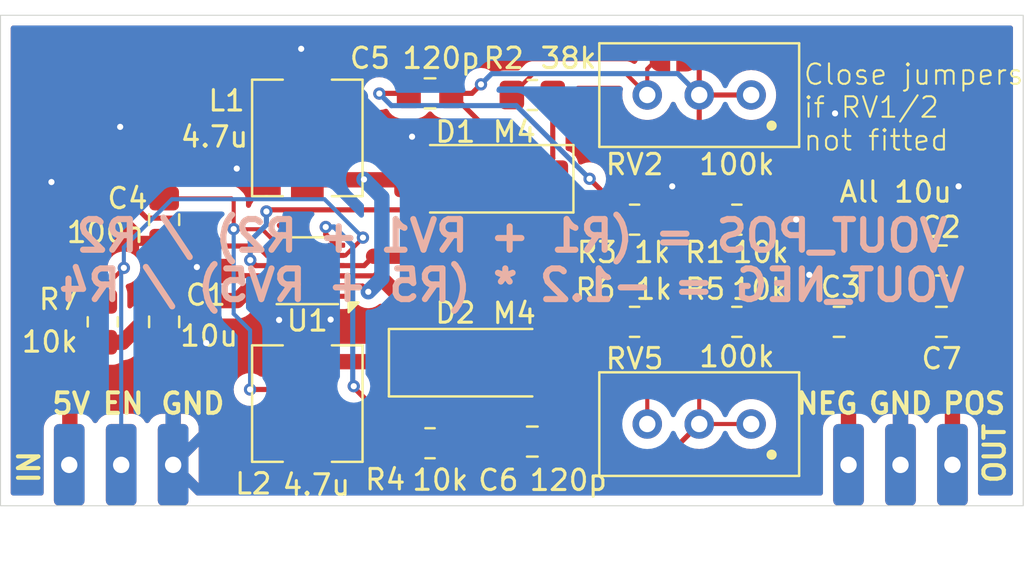
<source format=kicad_pcb>
(kicad_pcb (version 20240108) (generator "pcbnew") (generator_version "8.0")
  (layers (0 "F.Cu" signal) (31 "B.Cu" signal) (34 "B.Paste" user) (35 "F.Paste" user) (36 "B.SilkS" user "B.Silkscreen") (37 "F.SilkS" user "F.Silkscreen") (38 "B.Mask" user) (39 "F.Mask" user) (44 "Edge.Cuts" user))
  (net 0 "")
  (net 1 "+5V")
  (net 2 "/VOUT_POS")
  (net 3 "Net-(C5-Pad1)")
  (net 4 "Net-(JP2-A)")
  (net 5 "/VOUT_NEG")
  (net 6 "Net-(JP1-A)")
  (net 7 "Net-(C6-Pad1)")
  (net 8 "Net-(U1-Vref)")
  (net 9 "/Lx1")
  (net 10 "/Lx2")
  (net 11 "/ENABLE")
  (net 12 "Net-(JP1-B)")
  (net 13 "Net-(JP2-B)")
  (net 15 "GND1")
  (footprint "Package_DFN_QFN:DFN-12-1EP_3x3mm_P0.5mm_EP1.6x2.5mm" (layer "F.Cu") (at 65 62.5 180)
    (property "Reference" "U1" (at 0 -2.45 180) (layer "F.SilkS"))
    (property "Value" "R1283K")
    (fp_line (start -1.5 1.635) (end 1.5 1.635) (stroke (width 0.12)) (layer "F.SilkS"))
    (fp_line (start -1.5 -1.635) (end 1.5 -1.635) (stroke (width 0.12)) (layer "F.SilkS"))
    (fp_poly (pts (xy -2.02 -1.55) (xy -2.5 -1.55) (xy -2.02 -2.03) (xy -2.02 -1.55)) (stroke (width 0.12)) (fill solid) (layer "F.SilkS"))
    (pad "1" smd roundrect (at -1.425 -1.25 180) (size 0.85 0.25) (layers "F.Cu" "F.Paste" "F.Mask"))
    (pad "2" smd roundrect (at -1.425 -0.75 180) (size 0.85 0.25) (layers "F.Cu" "F.Paste" "F.Mask") (net 9 "/Lx1"))
    (pad "3" smd roundrect (at -1.425 -0.25 180) (size 0.85 0.25) (layers "F.Cu" "F.Paste" "F.Mask") (net 10 "/Lx2"))
    (pad "4" smd roundrect (at -1.425 0.25 180) (size 0.85 0.25) (layers "F.Cu" "F.Paste" "F.Mask") (net 5 "/VOUT_NEG"))
    (pad "5" smd roundrect (at -1.425 0.75 180) (size 0.85 0.25) (layers "F.Cu" "F.Paste" "F.Mask") (net 11 "/ENABLE"))
    (pad "6" smd roundrect (at -1.425 1.25 180) (size 0.85 0.25) (layers "F.Cu" "F.Paste" "F.Mask") (net 4 "Net-(JP2-A)"))
    (pad "7" smd roundrect (at 1.425 1.25 180) (size 0.85 0.25) (layers "F.Cu" "F.Paste" "F.Mask") (net 8 "Net-(U1-Vref)"))
    (pad "8" smd roundrect (at 1.425 0.75 180) (size 0.85 0.25) (layers "F.Cu" "F.Paste" "F.Mask") (net 1 "+5V"))
    (pad "9" smd roundrect (at 1.425 0.25 180) (size 0.85 0.25) (layers "F.Cu" "F.Paste" "F.Mask") (net 6 "Net-(JP1-A)"))
    (pad "10" smd roundrect (at 1.425 -0.25 180) (size 0.85 0.25) (layers "F.Cu" "F.Paste" "F.Mask") (net 15 "GND1"))
    (pad "11" smd roundrect (at 1.425 -0.75 180) (size 0.85 0.25) (layers "F.Cu" "F.Paste" "F.Mask") (net 1 "+5V"))
    (pad "12" smd roundrect (at 1.425 -1.25 180) (size 0.85 0.25) (layers "F.Cu" "F.Paste" "F.Mask") (net 15 "GND1"))
    (pad "13" smd rect (at 0 0 180) (size 1.6 2.5) (property pad_prop_heatsink) (layers "F.Cu" "F.Mask") (net 15 "GND1"))
  )
  (footprint "Diode_SMD:D_SMA_Handsoldering" (layer "F.Cu") (at 73.5 58 180)
    (property "Reference" "D1" (at 1.26 2.29 0) (layer "F.SilkS"))
    (property "Value" "M4" (at -1.62 2.29 0) (layer "F.SilkS"))
    (fp_line (start -4.51 1.65) (end 2.5 1.65) (stroke (width 0.12)) (layer "F.SilkS"))
    (fp_line (start -4.51 -1.65) (end 2.5 -1.65) (stroke (width 0.12)) (layer "F.SilkS"))
    (fp_line (start -4.51 -1.65) (end -4.51 1.65) (stroke (width 0.12)) (layer "F.SilkS"))
    (pad "1" smd roundrect (at -2.5 0 180) (size 3.5 1.8) (layers "F.Cu" "F.Paste" "F.Mask") (roundrect_rratio 0.1388888889) (net 2 "/VOUT_POS"))
    (pad "2" smd roundrect (at 2.5 0 180) (size 3.5 1.8) (layers "F.Cu" "F.Paste" "F.Mask") (roundrect_rratio 0.1388888889) (net 9 "/Lx1"))
  )
  (footprint "Resistor_SMD:R_0805_2012Metric_Pad1.20x1.40mm_HandSolder" (layer "F.Cu") (at 86 65)
    (property "Reference" "R5" (at -1.55 -1.6 0) (layer "F.SilkS"))
    (property "Value" "10k" (at 1.12 -1.6 0) (layer "F.SilkS"))
    (fp_line (start -0.227064 -0.735) (end 0.227064 -0.735) (stroke (width 0.12)) (layer "F.SilkS"))
    (fp_line (start -0.227064 0.735) (end 0.227064 0.735) (stroke (width 0.12)) (layer "F.SilkS"))
    (pad "1" smd roundrect (at -1 0) (size 1.2 1.4) (layers "F.Cu" "F.Paste" "F.Mask") (roundrect_rratio 0.208333) (net 5 "/VOUT_NEG"))
    (pad "2" smd roundrect (at 1 0) (size 1.2 1.4) (layers "F.Cu" "F.Paste" "F.Mask") (roundrect_rratio 0.208333) (net 13 "Net-(JP2-B)"))
  )
  (footprint "Potentiometer_THT:Potentiometer_Bourns_3296W_Vertical" (layer "F.Cu") (at 86.7 53.9)
    (property "Reference" "RV2" (at -5.7 3.4 0) (layer "F.SilkS"))
    (property "Value" "100k" (at -0.7 3.4 0) (layer "F.SilkS"))
    (fp_line (start -7.425 -2.53) (end -7.425 2.54) (stroke (width 0.12)) (layer "F.SilkS"))
    (fp_line (start -7.425 -2.53) (end 2.345 -2.53) (stroke (width 0.12)) (layer "F.SilkS"))
    (fp_line (start -7.425 2.54) (end 2.345 2.54) (stroke (width 0.12)) (layer "F.SilkS"))
    (fp_line (start 2.345 -2.53) (end 2.345 2.54) (stroke (width 0.12)) (layer "F.SilkS"))
    (pad "1" thru_hole circle (at 0 0) (size 1.44 1.44) (drill 0.8) (layers "*.Cu" "*.Mask") (net 6 "Net-(JP1-A)"))
    (pad "2" thru_hole circle (at -2.54 0) (size 1.44 1.44) (drill 0.8) (layers "*.Cu" "*.Mask") (net 6 "Net-(JP1-A)"))
    (pad "3" thru_hole circle (at -5.08 0) (size 1.44 1.44) (drill 0.8) (layers "*.Cu" "*.Mask") (net 12 "Net-(JP1-B)"))
  )
  (footprint "Capacitor_SMD:C_0805_2012Metric_Pad1.18x1.45mm_HandSolder" (layer "F.Cu") (at 58 65 -90)
    (property "Reference" "C1" (at -1.31 -2.04 0) (layer "F.SilkS"))
    (property "Value" "10u" (at 0.69 -2.2 0) (layer "F.SilkS"))
    (fp_line (start -0.261252 0.735) (end 0.261252 0.735) (stroke (width 0.12)) (layer "F.SilkS"))
    (fp_line (start -0.261252 -0.735) (end 0.261252 -0.735) (stroke (width 0.12)) (layer "F.SilkS"))
    (pad "1" smd roundrect (at -1.0375 0 270) (size 1.175 1.45) (layers "F.Cu" "F.Paste" "F.Mask") (roundrect_rratio 0.212766) (net 1 "+5V"))
    (pad "2" smd roundrect (at 1.0375 0 270) (size 1.175 1.45) (layers "F.Cu" "F.Paste" "F.Mask") (roundrect_rratio 0.212766) (net 15 "GND1"))
  )
  (footprint "Jumper:SolderJumper-2_P1.3mm_Open_RoundedPad1.0x1.5mm" (layer "F.Cu") (at 82.89 68.1 180)
    (property "Reference" "JP2" (hide yes))
    (property "Value" "Jumper_2_Open")
    (pad "1" smd custom (at -0.65 0 180) (size 1 0.5) (layers "F.Cu" "F.Mask") (net 4 "Net-(JP2-A)") (options (clearance outline) (anchor rect)) (primitives (gr_circle (center 0 0.25) (end 0.5 0.25) (width 0) (fill yes)) (gr_circle (center 0 -0.25) (end 0.5 -0.25) (width 0) (fill yes)) (gr_poly (pts (xy 0.5 0.75) (xy 0 0.75) (xy 0 -0.75) (xy 0.5 -0.75)) (width 0) (fill yes))))
    (pad "2" smd custom (at 0.65 0 180) (size 1 0.5) (layers "F.Cu" "F.Mask") (net 13 "Net-(JP2-B)") (options (clearance outline) (anchor rect)) (primitives (gr_circle (center 0 0.25) (end 0.5 0.25) (width 0) (fill yes)) (gr_circle (center 0 -0.25) (end 0.5 -0.25) (width 0) (fill yes)) (gr_poly (pts (xy 0 0.75) (xy -0.5 0.75) (xy -0.5 -0.75) (xy 0 -0.75)) (width 0) (fill yes))))
  )
  (footprint "Resistor_SMD:R_0805_2012Metric_Pad1.20x1.40mm_HandSolder" (layer "F.Cu") (at 76 53.9 180)
    (property "Reference" "R2" (at 1.4 1.8 0) (layer "F.SilkS"))
    (property "Value" "38k" (at -1.77 1.8 0) (layer "F.SilkS"))
    (fp_line (start -0.227064 0.735) (end 0.227064 0.735) (stroke (width 0.12)) (layer "F.SilkS"))
    (fp_line (start -0.227064 -0.735) (end 0.227064 -0.735) (stroke (width 0.12)) (layer "F.SilkS"))
    (pad "1" smd roundrect (at -1 0 180) (size 1.2 1.4) (layers "F.Cu" "F.Paste" "F.Mask") (roundrect_rratio 0.208333) (net 2 "/VOUT_POS"))
    (pad "2" smd roundrect (at 1 0 180) (size 1.2 1.4) (layers "F.Cu" "F.Paste" "F.Mask") (roundrect_rratio 0.208333) (net 12 "Net-(JP1-B)"))
  )
  (footprint "Diode_SMD:D_SMA_Handsoldering" (layer "F.Cu") (at 73.5 67)
    (property "Reference" "D2" (at -1.26 -2.44 0) (layer "F.SilkS"))
    (property "Value" "M4" (at 1.62 -2.42 0) (layer "F.SilkS"))
    (fp_line (start -4.51 -1.65) (end -4.51 1.65) (stroke (width 0.12)) (layer "F.SilkS"))
    (fp_line (start -4.51 -1.65) (end 2.5 -1.65) (stroke (width 0.12)) (layer "F.SilkS"))
    (fp_line (start -4.51 1.65) (end 2.5 1.65) (stroke (width 0.12)) (layer "F.SilkS"))
    (pad "1" smd roundrect (at -2.5 0) (size 3.5 1.8) (layers "F.Cu" "F.Paste" "F.Mask") (roundrect_rratio 0.1388888889) (net 10 "/Lx2"))
    (pad "2" smd roundrect (at 2.5 0) (size 3.5 1.8) (layers "F.Cu" "F.Paste" "F.Mask") (roundrect_rratio 0.1388888889) (net 5 "/VOUT_NEG"))
  )
  (footprint "Resistor_SMD:R_0805_2012Metric_Pad1.20x1.40mm_HandSolder" (layer "F.Cu") (at 55 65 90)
    (property "Reference" "R7" (at 1.1 -2.14 0) (layer "F.SilkS"))
    (property "Value" "10k" (at -0.98 -2.59 0) (layer "F.SilkS"))
    (fp_line (start -0.227064 -0.735) (end 0.227064 -0.735) (stroke (width 0.12)) (layer "F.SilkS"))
    (fp_line (start -0.227064 0.735) (end 0.227064 0.735) (stroke (width 0.12)) (layer "F.SilkS"))
    (pad "1" smd roundrect (at -1 0 90) (size 1.2 1.4) (layers "F.Cu" "F.Paste" "F.Mask") (roundrect_rratio 0.208333) (net 1 "+5V"))
    (pad "2" smd roundrect (at 1 0 90) (size 1.2 1.4) (layers "F.Cu" "F.Paste" "F.Mask") (roundrect_rratio 0.208333) (net 11 "/ENABLE"))
  )
  (footprint "Inductor_SMD:L_Wuerth_HCI-5040" (layer "F.Cu") (at 65 69 -90)
    (property "Reference" "L2" (at 3.92 2.64 0) (layer "F.SilkS"))
    (property "Value" "4.7u" (at 3.98 -0.44 0) (layer "F.SilkS"))
    (fp_line (start -2.85 2.7) (end 2.85 2.7) (stroke (width 0.12)) (layer "F.SilkS"))
    (fp_line (start 2.85 2.7) (end 2.85 1.2) (stroke (width 0.12)) (layer "F.SilkS"))
    (fp_line (start -2.85 1.2) (end -2.85 2.7) (stroke (width 0.12)) (layer "F.SilkS"))
    (fp_line (start -2.85 -1.2) (end -2.85 -2.7) (stroke (width 0.12)) (layer "F.SilkS"))
    (fp_line (start -2.85 -2.7) (end 2.85 -2.7) (stroke (width 0.12)) (layer "F.SilkS"))
    (fp_line (start 2.85 -2.7) (end 2.85 -1.2) (stroke (width 0.12)) (layer "F.SilkS"))
    (pad "1" smd rect (at -2.05 0 270) (size 1.9 1.6) (layers "F.Cu" "F.Paste" "F.Mask") (net 10 "/Lx2"))
    (pad "2" smd rect (at 2.05 0 270) (size 1.9 1.6) (layers "F.Cu" "F.Paste" "F.Mask") (net 15 "GND1"))
  )
  (footprint "Resistor_SMD:R_0805_2012Metric_Pad1.20x1.40mm_HandSolder" (layer "F.Cu") (at 86 60)
    (property "Reference" "R1" (at -1.55 1.6 0) (layer "F.SilkS"))
    (property "Value" "10k" (at 1.17 1.6 0) (layer "F.SilkS"))
    (fp_line (start -0.227064 -0.735) (end 0.227064 -0.735) (stroke (width 0.12)) (layer "F.SilkS"))
    (fp_line (start -0.227064 0.735) (end 0.227064 0.735) (stroke (width 0.12)) (layer "F.SilkS"))
    (pad "1" smd roundrect (at -1 0) (size 1.2 1.4) (layers "F.Cu" "F.Paste" "F.Mask") (roundrect_rratio 0.208333) (net 6 "Net-(JP1-A)"))
    (pad "2" smd roundrect (at 1 0) (size 1.2 1.4) (layers "F.Cu" "F.Paste" "F.Mask") (roundrect_rratio 0.208333) (net 15 "GND1"))
  )
  (footprint "Resistor_SMD:R_0805_2012Metric_Pad1.20x1.40mm_HandSolder" (layer "F.Cu") (at 71 70.94)
    (property "Reference" "R4" (at -2.19 1.78 0) (layer "F.SilkS"))
    (property "Value" "10k" (at 0.5 1.8 0) (layer "F.SilkS"))
    (fp_line (start -0.227064 -0.735) (end 0.227064 -0.735) (stroke (width 0.12)) (layer "F.SilkS"))
    (fp_line (start -0.227064 0.735) (end 0.227064 0.735) (stroke (width 0.12)) (layer "F.SilkS"))
    (pad "1" smd roundrect (at -1 0) (size 1.2 1.4) (layers "F.Cu" "F.Paste" "F.Mask") (roundrect_rratio 0.208333) (net 4 "Net-(JP2-A)"))
    (pad "2" smd roundrect (at 1 0) (size 1.2 1.4) (layers "F.Cu" "F.Paste" "F.Mask") (roundrect_rratio 0.208333) (net 8 "Net-(U1-Vref)"))
  )
  (footprint "Resistor_SMD:R_0805_2012Metric_Pad1.20x1.40mm_HandSolder" (layer "F.Cu") (at 81 65)
    (property "Reference" "R6" (at -1.91 -1.6 0) (layer "F.SilkS"))
    (property "Value" "1k" (at 0.94 -1.6 0) (layer "F.SilkS"))
    (fp_line (start -0.227064 -0.735) (end 0.227064 -0.735) (stroke (width 0.12)) (layer "F.SilkS"))
    (fp_line (start -0.227064 0.735) (end 0.227064 0.735) (stroke (width 0.12)) (layer "F.SilkS"))
    (pad "1" smd roundrect (at -1 0) (size 1.2 1.4) (layers "F.Cu" "F.Paste" "F.Mask") (roundrect_rratio 0.208333) (net 5 "/VOUT_NEG"))
    (pad "2" smd roundrect (at 1 0) (size 1.2 1.4) (layers "F.Cu" "F.Paste" "F.Mask") (roundrect_rratio 0.208333) (net 7 "Net-(C6-Pad1)"))
  )
  (footprint "Jumper:SolderJumper-2_P1.3mm_Open_RoundedPad1.0x1.5mm" (layer "F.Cu") (at 82.89 52 180)
    (property "Reference" "JP1" (hide yes))
    (property "Value" "Jumper_2_Open")
    (pad "1" smd custom (at -0.65 0 180) (size 1 0.5) (layers "F.Cu" "F.Mask") (net 6 "Net-(JP1-A)") (options (clearance outline) (anchor rect)) (primitives (gr_circle (center 0 0.25) (end 0.5 0.25) (width 0) (fill yes)) (gr_circle (center 0 -0.25) (end 0.5 -0.25) (width 0) (fill yes)) (gr_poly (pts (xy 0.5 0.75) (xy 0 0.75) (xy 0 -0.75) (xy 0.5 -0.75)) (width 0) (fill yes))))
    (pad "2" smd custom (at 0.65 0 180) (size 1 0.5) (layers "F.Cu" "F.Mask") (net 12 "Net-(JP1-B)") (options (clearance outline) (anchor rect)) (primitives (gr_circle (center 0 0.25) (end 0.5 0.25) (width 0) (fill yes)) (gr_circle (center 0 -0.25) (end 0.5 -0.25) (width 0) (fill yes)) (gr_poly (pts (xy 0 0.75) (xy -0.5 0.75) (xy -0.5 -0.75) (xy 0 -0.75)) (width 0) (fill yes))))
  )
  (footprint "Inductor_SMD:L_Wuerth_HCI-5040" (layer "F.Cu") (at 65 56 -90)
    (property "Reference" "L1" (at -1.82 3.95 0) (layer "F.SilkS"))
    (property "Value" "4.7u" (at -0.05 4.54 0) (layer "F.SilkS"))
    (fp_line (start -2.85 2.7) (end 2.85 2.7) (stroke (width 0.12)) (layer "F.SilkS"))
    (fp_line (start 2.85 2.7) (end 2.85 1.2) (stroke (width 0.12)) (layer "F.SilkS"))
    (fp_line (start -2.85 1.2) (end -2.85 2.7) (stroke (width 0.12)) (layer "F.SilkS"))
    (fp_line (start -2.85 -1.2) (end -2.85 -2.7) (stroke (width 0.12)) (layer "F.SilkS"))
    (fp_line (start -2.85 -2.7) (end 2.85 -2.7) (stroke (width 0.12)) (layer "F.SilkS"))
    (fp_line (start 2.85 -2.7) (end 2.85 -1.2) (stroke (width 0.12)) (layer "F.SilkS"))
    (pad "1" smd rect (at -2.05 0 270) (size 1.9 1.6) (layers "F.Cu" "F.Paste" "F.Mask") (net 1 "+5V"))
    (pad "2" smd rect (at 2.05 0 270) (size 1.9 1.6) (layers "F.Cu" "F.Paste" "F.Mask") (net 9 "/Lx1"))
  )
  (footprint "Capacitor_SMD:C_0805_2012Metric_Pad1.18x1.45mm_HandSolder" (layer "F.Cu") (at 58 60 -90)
    (property "Reference" "C4" (at -1.04 1.79 0) (layer "F.SilkS"))
    (property "Value" "100n" (at 0.62 2.87 0) (layer "F.SilkS"))
    (fp_line (start -0.261252 0.735) (end 0.261252 0.735) (stroke (width 0.12)) (layer "F.SilkS"))
    (fp_line (start -0.261252 -0.735) (end 0.261252 -0.735) (stroke (width 0.12)) (layer "F.SilkS"))
    (pad "1" smd roundrect (at -1.0375 0 270) (size 1.175 1.45) (layers "F.Cu" "F.Paste" "F.Mask") (roundrect_rratio 0.212766) (net 8 "Net-(U1-Vref)"))
    (pad "2" smd roundrect (at 1.0375 0 270) (size 1.175 1.45) (layers "F.Cu" "F.Paste" "F.Mask") (roundrect_rratio 0.212766) (net 15 "GND1"))
  )
  (footprint "Capacitor_SMD:C_0805_2012Metric_Pad1.18x1.45mm_HandSolder" (layer "F.Cu") (at 91 65)
    (property "Reference" "C3" (at 0.08 -1.7 0) (layer "F.SilkS"))
    (property "Value" "10u" (hide yes))
    (fp_line (start -0.261252 -0.735) (end 0.261252 -0.735) (stroke (width 0.12)) (layer "F.SilkS"))
    (fp_line (start -0.261252 0.735) (end 0.261252 0.735) (stroke (width 0.12)) (layer "F.SilkS"))
    (pad "1" smd roundrect (at -1.0375 0) (size 1.175 1.45) (layers "F.Cu" "F.Paste" "F.Mask") (roundrect_rratio 0.212766) (net 5 "/VOUT_NEG"))
    (pad "2" smd roundrect (at 1.0375 0) (size 1.175 1.45) (layers "F.Cu" "F.Paste" "F.Mask") (roundrect_rratio 0.212766) (net 15 "GND1"))
  )
  (footprint "Capacitor_SMD:C_0805_2012Metric_Pad1.18x1.45mm_HandSolder" (layer "F.Cu") (at 71 53.82)
    (property "Reference" "C5" (at -2.94 -1.72 0) (layer "F.SilkS"))
    (property "Value" "120p" (at 0.54 -1.72 0) (layer "F.SilkS"))
    (fp_line (start -0.261252 -0.735) (end 0.261252 -0.735) (stroke (width 0.12)) (layer "F.SilkS"))
    (fp_line (start -0.261252 0.735) (end 0.261252 0.735) (stroke (width 0.12)) (layer "F.SilkS"))
    (pad "1" smd roundrect (at -1.0375 0) (size 1.175 1.45) (layers "F.Cu" "F.Paste" "F.Mask") (roundrect_rratio 0.212766) (net 3 "Net-(C5-Pad1)"))
    (pad "2" smd roundrect (at 1.0375 0) (size 1.175 1.45) (layers "F.Cu" "F.Paste" "F.Mask") (roundrect_rratio 0.212766) (net 6 "Net-(JP1-A)"))
  )
  (footprint "Potentiometer_THT:Potentiometer_Bourns_3296W_Vertical" (layer "F.Cu") (at 86.7 70)
    (property "Reference" "RV5" (at -5.7 -3.2 0) (layer "F.SilkS"))
    (property "Value" "100k" (at -0.7 -3.3 0) (layer "F.SilkS"))
    (fp_line (start -7.425 -2.53) (end -7.425 2.54) (stroke (width 0.12)) (layer "F.SilkS"))
    (fp_line (start -7.425 -2.53) (end 2.345 -2.53) (stroke (width 0.12)) (layer "F.SilkS"))
    (fp_line (start -7.425 2.54) (end 2.345 2.54) (stroke (width 0.12)) (layer "F.SilkS"))
    (fp_line (start 2.345 -2.53) (end 2.345 2.54) (stroke (width 0.12)) (layer "F.SilkS"))
    (pad "1" thru_hole circle (at 0 0) (size 1.44 1.44) (drill 0.8) (layers "*.Cu" "*.Mask") (net 4 "Net-(JP2-A)"))
    (pad "2" thru_hole circle (at -2.54 0) (size 1.44 1.44) (drill 0.8) (layers "*.Cu" "*.Mask") (net 4 "Net-(JP2-A)"))
    (pad "3" thru_hole circle (at -5.08 0) (size 1.44 1.44) (drill 0.8) (layers "*.Cu" "*.Mask") (net 13 "Net-(JP2-B)"))
  )
  (footprint "Capacitor_SMD:C_0805_2012Metric_Pad1.18x1.45mm_HandSolder" (layer "F.Cu") (at 96 65 180)
    (property "Reference" "C7" (at -0.01 -1.8 0) (layer "F.SilkS"))
    (property "Value" "10u" (hide yes))
    (fp_line (start -0.261252 0.735) (end 0.261252 0.735) (stroke (width 0.12)) (layer "F.SilkS"))
    (fp_line (start -0.261252 -0.735) (end 0.261252 -0.735) (stroke (width 0.12)) (layer "F.SilkS"))
    (pad "1" smd roundrect (at -1.0375 0 180) (size 1.175 1.45) (layers "F.Cu" "F.Paste" "F.Mask") (roundrect_rratio 0.212766) (net 2 "/VOUT_POS"))
    (pad "2" smd roundrect (at 1.0375 0 180) (size 1.175 1.45) (layers "F.Cu" "F.Paste" "F.Mask") (roundrect_rratio 0.212766) (net 15 "GND1"))
  )
  (footprint "Resistor_SMD:R_0805_2012Metric_Pad1.20x1.40mm_HandSolder" (layer "F.Cu") (at 81 60)
    (property "Reference" "R3" (at -1.84 1.6 0) (layer "F.SilkS"))
    (property "Value" "1k" (at 0.86 1.6 0) (layer "F.SilkS"))
    (fp_line (start -0.227064 -0.735) (end 0.227064 -0.735) (stroke (width 0.12)) (layer "F.SilkS"))
    (fp_line (start -0.227064 0.735) (end 0.227064 0.735) (stroke (width 0.12)) (layer "F.SilkS"))
    (pad "1" smd roundrect (at -1 0) (size 1.2 1.4) (layers "F.Cu" "F.Paste" "F.Mask") (roundrect_rratio 0.208333) (net 2 "/VOUT_POS"))
    (pad "2" smd roundrect (at 1 0) (size 1.2 1.4) (layers "F.Cu" "F.Paste" "F.Mask") (roundrect_rratio 0.208333) (net 3 "Net-(C5-Pad1)"))
  )
  (footprint "Capacitor_SMD:C_0805_2012Metric_Pad1.18x1.45mm_HandSolder" (layer "F.Cu") (at 96 62 180)
    (property "Reference" "C2" (at 0.03 1.63 0) (layer "F.SilkS"))
    (property "Value" "10u" (hide yes))
    (fp_line (start -0.261252 0.735) (end 0.261252 0.735) (stroke (width 0.12)) (layer "F.SilkS"))
    (fp_line (start -0.261252 -0.735) (end 0.261252 -0.735) (stroke (width 0.12)) (layer "F.SilkS"))
    (pad "1" smd roundrect (at -1.0375 0 180) (size 1.175 1.45) (layers "F.Cu" "F.Paste" "F.Mask") (roundrect_rratio 0.212766) (net 2 "/VOUT_POS"))
    (pad "2" smd roundrect (at 1.0375 0 180) (size 1.175 1.45) (layers "F.Cu" "F.Paste" "F.Mask") (roundrect_rratio 0.212766) (net 15 "GND1"))
  )
  (footprint "Capacitor_SMD:C_0805_2012Metric_Pad1.18x1.45mm_HandSolder" (layer "F.Cu") (at 76 70.86)
    (property "Reference" "C6" (at -1.66 1.89 0) (layer "F.SilkS"))
    (property "Value" "120p" (at 1.76 1.89 0) (layer "F.SilkS"))
    (fp_line (start -0.261252 -0.735) (end 0.261252 -0.735) (stroke (width 0.12)) (layer "F.SilkS"))
    (fp_line (start -0.261252 0.735) (end 0.261252 0.735) (stroke (width 0.12)) (layer "F.SilkS"))
    (pad "1" smd roundrect (at -1.0375 0) (size 1.175 1.45) (layers "F.Cu" "F.Paste" "F.Mask") (roundrect_rratio 0.212766) (net 7 "Net-(C6-Pad1)"))
    (pad "2" smd roundrect (at 1.0375 0) (size 1.175 1.45) (layers "F.Cu" "F.Paste" "F.Mask") (roundrect_rratio 0.212766) (net 4 "Net-(JP2-A)"))
  )
  (footprint "misc:sip_edge_3" (layer "F.Cu") (at 55.9 74)
    (property "Reference" "J1" (hide yes))
    (property "Value" "Input")
    (pad "1" thru_hole roundrect (at -2.54 -2) (size 1.5 4) (drill 0.8) (layers "*.Cu" "*.Mask") (roundrect_rratio 0.1666666667) (net 1 "+5V"))
    (pad "2" thru_hole roundrect (at 0 -2) (size 1.5 4) (drill 0.8) (layers "*.Cu" "*.Mask") (roundrect_rratio 0.1666666667) (net 11 "/ENABLE"))
    (pad "3" thru_hole roundrect (at 2.54 -2) (size 1.5 4) (drill 0.8) (layers "*.Cu" "*.Mask") (roundrect_rratio 0.1666666667) (net 15 "GND1"))
  )
  (footprint "misc:sip_edge_3" (layer "B.Cu") (at 94 74 180)
    (property "Reference" "J2" (hide yes))
    (property "Value" "Output")
    (pad "1" thru_hole roundrect (at -2.54 2 180) (size 1.5 4) (drill 0.8) (layers "*.Cu" "*.Mask") (roundrect_rratio 0.1666666667) (net 2 "/VOUT_POS"))
    (pad "2" thru_hole roundrect (at 0 2 180) (size 1.5 4) (drill 0.8) (layers "*.Cu" "*.Mask") (roundrect_rratio 0.1666666667) (net 15 "GND1"))
    (pad "3" thru_hole roundrect (at 2.54 2 180) (size 1.5 4) (drill 0.8) (layers "*.Cu" "*.Mask") (roundrect_rratio 0.1666666667) (net 5 "/VOUT_NEG"))
  )
  (gr_circle (center 87.7 55.4) (end 87.9 55.4) (stroke (width 0.1)) (fill solid) (layer "F.SilkS"))
  (gr_circle (center 87.7 71.5) (end 87.9 71.5) (stroke (width 0.1)) (fill solid) (layer "F.SilkS"))
  (gr_rect (start 50 50) (end 100 74) (stroke (width 0.05)) (fill none) (layer "Edge.Cuts"))
  (gr_text "VOUT_POS = (R1 + RV1 + R2) / R2\nVOUT_NEG = -1.2 * (R5 + RV5) / R4" (at 75 62 0) (layer "B.SilkS") (effects (font (size 1.5 1.5) (thickness 0.3) (bold yes)) (justify mirror)))
  (gr_text "OUT" (at 98.6 73 90) (layer "F.SilkS") (effects (font (size 1 1) (thickness 0.2) (bold yes)) (justify left)))
  (gr_text "POS" (at 97.6 69 0) (layer "F.SilkS") (effects (font (size 1 1) (thickness 0.2) (bold yes))))
  (gr_text "GND" (at 59.4 69 0) (layer "F.SilkS") (effects (font (size 1 1) (thickness 0.2) (bold yes))))
  (gr_text "GND" (at 94 69 0) (layer "F.SilkS") (effects (font (size 1 1) (thickness 0.2) (bold yes))))
  (gr_text "All 10u" (at 90.93 59.23 0) (layer "F.SilkS") (effects (font (size 1 1)) (justify left bottom)))
  (gr_text "IN" (at 51.4 73 90) (layer "F.SilkS") (effects (font (size 1 1) (thickness 0.2) (bold yes)) (justify left)))
  (gr_text "5V" (at 53.46 69 0) (layer "F.SilkS") (effects (font (size 1 1) (thickness 0.2) (bold yes))))
  (gr_text "EN" (at 56 69 0) (layer "F.SilkS") (effects (font (size 1 1) (thickness 0.2) (bold yes))))
  (gr_text "NEG\n" (at 90.4 69 0) (layer "F.SilkS") (effects (font (size 1 1) (thickness 0.2) (bold yes))))
  (gr_text "Close jumpers\nif RV1/2\nnot fitted" (at 89.2 56.7 0) (layer "F.SilkS") (effects (font (size 1 1) (thickness 0.1)) (justify left bottom)))
  (segment (start 61.5575 63.9625) (end 58 63.9625) (width 0.75) (layer "F.Cu") (net 1))
  (segment (start 55 66) (end 54.24 66) (width 0.75) (layer "F.Cu") (net 1))
  (segment (start 53.39 71.97) (end 53.36 72) (width 0.75) (layer "F.Cu") (net 1))
  (segment (start 58.59081 59.925) (end 57.155 59.925) (width 0.25) (layer "F.Cu") (net 1))
  (segment (start 62.03 63.49) (end 61.5575 63.9625) (width 0.75) (layer "F.Cu") (net 1))
  (segment (start 60.955636 53.95) (end 65 53.95) (width 0.75) (layer "F.Cu") (net 1))
  (segment (start 53.39 66.85) (end 53.39 71.97) (width 0.75) (layer "F.Cu") (net 1))
  (segment (start 63.575 63.25) (end 62.27 63.25) (width 0.25) (layer "F.Cu") (net 1))
  (segment (start 55.9625 66) (end 58 63.9625) (width 0.75) (layer "F.Cu") (net 1))
  (segment (start 55 66) (end 55.9625 66) (width 0.75) (layer "F.Cu") (net 1))
  (segment (start 53.39 61.515636) (end 53.39 66.85) (width 0.75) (layer "F.Cu") (net 1))
  (segment (start 54.24 66) (end 53.39 66.85) (width 0.75) (layer "F.Cu") (net 1))
  (segment (start 56.067818 58.837818) (end 53.39 61.515636) (width 0.75) (layer "F.Cu") (net 1))
  (segment (start 63.575 61.75) (end 63.029548 61.75) (width 0.25) (layer "F.Cu") (net 1))
  (segment (start 62.27 63.25) (end 62.03 63.49) (width 0.25) (layer "F.Cu") (net 1))
  (segment (start 63.029548 61.75) (end 62.569548 61.29) (width 0.25) (layer "F.Cu") (net 1))
  (segment (start 59.95581 61.29) (end 58.59081 59.925) (width 0.25) (layer "F.Cu") (net 1))
  (segment (start 56.067818 58.837818) (end 60.955636 53.95) (width 0.75) (layer "F.Cu") (net 1))
  (segment (start 57.155 59.925) (end 56.067818 58.837818) (width 0.25) (layer "F.Cu") (net 1))
  (segment (start 62.569548 61.29) (end 59.95581 61.29) (width 0.25) (layer "F.Cu") (net 1))
  (segment (start 92.13 61.47) (end 93.5 60.1) (width 0.75) (layer "F.Cu") (net 2))
  (segment (start 78.55 61.47) (end 80.01 61.47) (width 0.75) (layer "F.Cu") (net 2))
  (segment (start 96.54 68.3) (end 96.54 72) (width 0.75) (layer "F.Cu") (net 2))
  (segment (start 80.01 61.47) (end 92.13 61.47) (width 0.75) (layer "F.Cu") (net 2))
  (segment (start 80 61.46) (end 80.01 61.47) (width 0.75) (layer "F.Cu") (net 2))
  (segment (start 78.52 61.44) (end 78.55 61.47) (width 0.75) (layer "F.Cu") (net 2))
  (segment (start 77 57) (end 76 58) (width 0.25) (layer "F.Cu") (net 2))
  (segment (start 80 60) (end 80 61.46) (width 0.75) (layer "F.Cu") (net 2))
  (segment (start 76 58) (end 78.52 60.52) (width 0.75) (layer "F.Cu") (net 2))
  (segment (start 97.0375 61.1375) (end 97.0375 62) (width 0.75) (layer "F.Cu") (net 2))
  (segment (start 96 60.1) (end 97.0375 61.1375) (width 0.75) (layer "F.Cu") (net 2))
  (segment (start 77 53.9) (end 77 57) (width 0.25) (layer "F.Cu") (net 2))
  (segment (start 97.0375 62) (end 97.0375 65) (width 0.75) (layer "F.Cu") (net 2))
  (segment (start 93.5 60.1) (end 96 60.1) (width 0.75) (layer "F.Cu") (net 2))
  (segment (start 78.52 60.52) (end 78.52 61.44) (width 0.75) (layer "F.Cu") (net 2))
  (segment (start 97.0375 67.8025) (end 96.54 68.3) (width 0.75) (layer "F.Cu") (net 2))
  (segment (start 97.0375 65) (end 97.0375 67.8025) (width 0.75) (layer "F.Cu") (net 2))
  (segment (start 80.765 58.765) (end 82 60) (width 0.25) (layer "F.Cu") (net 3))
  (segment (start 79.565 58.765) (end 80.765 58.765) (width 0.25) (layer "F.Cu") (net 3))
  (segment (start 78.8 58) (end 79.565 58.765) (width 0.25) (layer "F.Cu") (net 3))
  (segment (start 68.53 53.82) (end 68.52 53.83) (width 0.25) (layer "F.Cu") (net 3))
  (segment (start 69.9625 53.82) (end 68.53 53.82) (width 0.25) (layer "F.Cu") (net 3))
  (segment (start 68.51 53.82) (end 68.49 53.82) (width 0.25) (layer "F.Cu") (net 3))
  (segment (start 68.52 53.83) (end 68.51 53.82) (width 0.25) (layer "F.Cu") (net 3))
  (via (at 78.8 58) (size 0.6) (drill 0.3) (layers "F.Cu" "B.Cu") (net 3))
  (via (at 68.52 53.83) (size 0.6) (drill 0.3) (layers "F.Cu" "B.Cu") (net 3))
  (segment (start 78.8 58) (end 75.22 54.42) (width 0.25) (layer "B.Cu") (net 3))
  (segment (start 75.22 54.42) (end 69.11 54.42) (width 0.25) (layer "B.Cu") (net 3))
  (segment (start 69.11 54.42) (end 68.52 53.83) (width 0.25) (layer "B.Cu") (net 3))
  (segment (start 73.67 71.2001) (end 73.67 70.86) (width 0.25) (layer "F.Cu") (net 4))
  (segment (start 84.16 70) (end 84.16 68.72) (width 0.2) (layer "F.Cu") (net 4))
  (segment (start 84.16 68.72) (end 83.54 68.1) (width 0.2) (layer "F.Cu") (net 4))
  (segment (start 73.67 70.86) (end 72.72 69.91) (width 0.25) (layer "F.Cu") (net 4))
  (segment (start 82.73 71.43) (end 84.16 70) (width 0.25) (layer "F.Cu") (net 4))
  (segment (start 71.03 69.91) (end 70 70.94) (width 0.25) (layer "F.Cu") (net 4))
  (segment (start 84.16 70) (end 86.7 70) (width 0.2) (layer "F.Cu") (net 4))
  (segment (start 77.0375 70.86) (end 77.24 70.86) (width 0.25) (layer "F.Cu") (net 4))
  (segment (start 67.27 68.21) (end 70 70.94) (width 0.25) (layer "F.Cu") (net 4))
  (segment (start 67.27 68.15) (end 67.27 68.21) (width 0.25) (layer "F.Cu") (net 4))
  (segment (start 65.9 60.725) (end 66.425 61.25) (width 0.25) (layer "F.Cu") (net 4))
  (segment (start 65.9 60.359265) (end 65.9 60.725) (width 0.25) (layer "F.Cu") (net 4))
  (segment (start 77.6075 71.43) (end 82.73 71.43) (width 0.25) (layer "F.Cu") (net 4))
  (segment (start 77.0375 70.86) (end 77.6075 71.43) (width 0.25) (layer "F.Cu") (net 4))
  (segment (start 75.9875 71.91) (end 74.3799 71.91) (width 0.25) (layer "F.Cu") (net 4))
  (segment (start 72.72 69.91) (end 71.03 69.91) (width 0.25) (layer "F.Cu") (net 4))
  (segment (start 74.3799 71.91) (end 73.67 71.2001) (width 0.25) (layer "F.Cu") (net 4))
  (segment (start 77.0375 70.86) (end 75.9875 71.91) (width 0.25) (layer "F.Cu") (net 4))
  (via (at 65.9 60.359265) (size 0.6) (drill 0.3) (layers "F.Cu" "B.Cu") (net 4))
  (via (at 67.27 68.15) (size 0.6) (drill 0.3) (layers "F.Cu" "B.Cu") (net 4))
  (segment (start 66.315381 60.359265) (end 67.22 61.263884) (width 0.25) (layer "B.Cu") (net 4))
  (segment (start 67.22 61.263884) (end 67.22 68.1) (width 0.25) (layer "B.Cu") (net 4))
  (segment (start 65.9 60.359265) (end 66.315381 60.359265) (width 0.25) (layer "B.Cu") (net 4))
  (segment (start 67.22 68.1) (end 67.27 68.15) (width 0.25) (layer "B.Cu") (net 4))
  (segment (start 79.98 63.105) (end 84.88 63.105) (width 0.75) (layer "F.Cu") (net 5))
  (segment (start 70.79 61.79) (end 68.24 61.79) (width 0.75) (layer "F.Cu") (net 5))
  (segment (start 85 65) (end 85 63.225) (width 0.75) (layer "F.Cu") (net 5))
  (segment (start 76 63.445) (end 75.66 63.105) (width 0.75) (layer "F.Cu") (net 5))
  (segment (start 80 63.125) (end 79.98 63.105) (width 0.75) (layer "F.Cu") (net 5))
  (segment (start 66.425 62.25) (end 67.78 62.25) (width 0.25) (layer "F.Cu") (net 5))
  (segment (start 67.78 62.25) (end 68.24 61.79) (width 0.25) (layer "F.Cu") (net 5))
  (segment (start 88.0675 63.105) (end 89.9625 65) (width 0.75) (layer "F.Cu") (net 5))
  (segment (start 89.9625 67) (end 91.46 68.4975) (width 0.75) (layer "F.Cu") (net 5))
  (segment (start 84.88 63.105) (end 88.0675 63.105) (width 0.75) (layer "F.Cu") (net 5))
  (segment (start 89.9625 65) (end 89.9625 67) (width 0.75) (layer "F.Cu") (net 5))
  (segment (start 80 65) (end 80 63.125) (width 0.75) (layer "F.Cu") (net 5))
  (segment (start 72.105 63.105) (end 70.79 61.79) (width 0.75) (layer "F.Cu") (net 5))
  (segment (start 76 67) (end 76 63.445) (width 0.75) (layer "F.Cu") (net 5))
  (segment (start 79.98 63.105) (end 72.105 63.105) (width 0.75) (layer "F.Cu") (net 5))
  (segment (start 85 63.225) (end 84.88 63.105) (width 0.75) (layer "F.Cu") (net 5))
  (segment (start 91.46 68.4975) (end 91.46 72) (width 0.75) (layer "F.Cu") (net 5))
  (segment (start 72.52081 59.52) (end 73.42 58.62081) (width 0.25) (layer "F.Cu") (net 6))
  (segment (start 84.16 53.9) (end 84.16 52.62) (width 0.25) (layer "F.Cu") (net 6))
  (segment (start 63 59.6) (end 63.08 59.52) (width 0.25) (layer "F.Cu") (net 6))
  (segment (start 73.42 55.2025) (end 72.0375 53.82) (width 0.25) (layer "F.Cu") (net 6))
  (segment (start 62.21 61.97) (end 62.25 62.01) (width 0.25) (layer "F.Cu") (net 6))
  (segment (start 73.42 58.62081) (end 73.42 55.2025) (width 0.25) (layer "F.Cu") (net 6))
  (segment (start 63.575 62.25) (end 62.53 62.25) (width 0.25) (layer "F.Cu") (net 6))
  (segment (start 84.16 59.16) (end 85 60) (width 0.25) (layer "F.Cu") (net 6))
  (segment (start 62.21 61.98) (end 62.21 61.97) (width 0.25) (layer "F.Cu") (net 6))
  (segment (start 84.16 52.62) (end 83.54 52) (width 0.25) (layer "F.Cu") (net 6))
  (segment (start 84.16 53.9) (end 86.7 53.9) (width 0.25) (layer "F.Cu") (net 6))
  (segment (start 73.05 53.82) (end 73.49 53.38) (width 0.25) (layer "F.Cu") (net 6))
  (segment (start 62.49 62.25) (end 62.22 61.98) (width 0.25) (layer "F.Cu") (net 6))
  (segment (start 63.08 59.52) (end 72.52081 59.52) (width 0.25) (layer "F.Cu") (net 6))
  (segment (start 84.16 53.9) (end 84.16 59.16) (width 0.25) (layer "F.Cu") (net 6))
  (segment (start 62.53 62.25) (end 62.49 62.25) (width 0.25) (layer "F.Cu") (net 6))
  (segment (start 72.0375 53.82) (end 73.05 53.82) (width 0.25) (layer "F.Cu") (net 6))
  (segment (start 62.22 61.98) (end 62.21 61.98) (width 0.25) (layer "F.Cu") (net 6))
  (via (at 62.21 61.98) (size 0.6) (drill 0.3) (layers "F.Cu" "B.Cu") (net 6))
  (via (at 63 59.6) (size 0.6) (drill 0.3) (layers "F.Cu" "B.Cu") (net 6))
  (via (at 73.49 53.38) (size 0.6) (drill 0.3) (layers "F.Cu" "B.Cu") (net 6))
  (segment (start 74.015 52.855) (end 83.115 52.855) (width 0.25) (layer "B.Cu") (net 6))
  (segment (start 63 59.6) (end 63 60.25) (width 0.25) (layer "B.Cu") (net 6))
  (segment (start 73.49 53.38) (end 74.015 52.855) (width 0.25) (layer "B.Cu") (net 6))
  (segment (start 83.115 52.855) (end 84.16 53.9) (width 0.25) (layer "B.Cu") (net 6))
  (segment (start 62.21 61.04) (end 62.21 61.98) (width 0.25) (layer "B.Cu") (net 6))
  (segment (start 63 60.25) (end 62.21 61.04) (width 0.25) (layer "B.Cu") (net 6))
  (segment (start 79.96581 66.075) (end 80.925 66.075) (width 0.25) (layer "F.Cu") (net 7))
  (segment (start 80.925 66.075) (end 82 65) (width 0.25) (layer "F.Cu") (net 7))
  (segment (start 75.18081 70.86) (end 79.96581 66.075) (width 0.25) (layer "F.Cu") (net 7))
  (segment (start 74.9625 70.86) (end 75.18081 70.86) (width 0.25) (layer "F.Cu") (net 7))
  (segment (start 68.721116 71.965) (end 70.975 71.965) (width 0.25) (layer "F.Cu") (net 8))
  (segment (start 62.2 68.31) (end 65.066116 68.31) (width 0.25) (layer "F.Cu") (net 8))
  (segment (start 58 58.9625) (end 61.2875 58.9625) (width 0.2) (layer "F.Cu") (net 8))
  (segment (start 65.066116 68.31) (end 68.721116 71.965) (width 0.25) (layer "F.Cu") (net 8))
  (segment (start 62.795 60.47) (end 63.575 61.25) (width 0.2) (layer "F.Cu") (net 8))
  (segment (start 61.4 59.075) (end 61.4 60.46) (width 0.2) (layer "F.Cu") (net 8))
  (segment (start 70.975 71.965) (end 72 70.94) (width 0.25) (layer "F.Cu") (net 8))
  (segment (start 61.2875 58.9625) (end 61.4 59.075) (width 0.2) (layer "F.Cu") (net 8))
  (segment (start 61.4 60.46) (end 61.4 60.47) (width 0.2) (layer "F.Cu") (net 8))
  (segment (start 61.4 60.47) (end 62.795 60.47) (width 0.2) (layer "F.Cu") (net 8))
  (via (at 61.4 60.46) (size 0.6) (drill 0.3) (layers "F.Cu" "B.Cu") (net 8))
  (via (at 62.2 68.31) (size 0.6) (drill 0.3) (layers "F.Cu" "B.Cu") (net 8))
  (segment (start 62.2 65.408529) (end 61.4 64.608529) (width 0.2) (layer "B.Cu") (net 8))
  (segment (start 62.2 68.31) (end 62.2 65.408529) (width 0.2) (layer "B.Cu") (net 8))
  (segment (start 61.4 64.608529) (end 61.4 60.46) (width 0.2) (layer "B.Cu") (net 8))
  (segment (start 66.425 63.25) (end 67.7 63.25) (width 0.25) (layer "F.Cu") (net 9))
  (segment (start 67.75 58.05) (end 67.77 58.03) (width 0.75) (layer "F.Cu") (net 9))
  (segment (start 67.79 58.05) (end 70.95 58.05) (width 0.75) (layer "F.Cu") (net 9))
  (segment (start 70.95 58.05) (end 71 58) (width 0.75) (layer "F.Cu") (net 9))
  (segment (start 65 58.05) (end 67.75 58.05) (width 0.75) (layer "F.Cu") (net 9))
  (segment (start 67.7 63.25) (end 67.98 63.53) (width 0.25) (layer "F.Cu") (net 9))
  (segment (start 67.77 58.03) (end 67.79 58.05) (width 0.75) (layer "F.Cu") (net 9))
  (via (at 67.77 58.03) (size 0.6) (drill 0.3) (layers "F.Cu" "B.Cu") (net 9))
  (via (at 67.98 63.53) (size 0.6) (drill 0.3) (layers "F.Cu" "B.Cu") (net 9))
  (segment (start 68.645 62.865) (end 67.98 63.53) (width 0.75) (layer "B.Cu") (net 9))
  (segment (start 67.77 58.03) (end 68.645 58.905) (width 0.75) (layer "B.Cu") (net 9))
  (segment (start 68.645 58.905) (end 68.645 62.865) (width 0.75) (layer "B.Cu") (net 9))
  (segment (start 71 65.241852) (end 68.559074 62.800926) (width 0.75) (layer "F.Cu") (net 10))
  (segment (start 65 66.95) (end 70.95 66.95) (width 0.75) (layer "F.Cu") (net 10))
  (segment (start 68.49 62.75) (end 68.55 62.81) (width 0.25) (layer "F.Cu") (net 10))
  (segment (start 71 67) (end 71 65.241852) (width 0.75) (layer "F.Cu") (net 10))
  (segment (start 66.425 62.75) (end 68.49 62.75) (width 0.25) (layer "F.Cu") (net 10))
  (segment (start 70.95 66.95) (end 71 67) (width 0.75) (layer "F.Cu") (net 10))
  (segment (start 67.72 60.894386) (end 66.864386 61.75) (width 0.2) (layer "F.Cu") (net 11))
  (segment (start 66.864386 61.75) (end 66.425 61.75) (width 0.2) (layer "F.Cu") (net 11))
  (segment (start 55 63.39) (end 56.03 62.36) (width 0.2) (layer "F.Cu") (net 11))
  (segment (start 55 64) (end 55 63.39) (width 0.2) (layer "F.Cu") (net 11))
  (segment (start 67.72 60.88) (end 67.72 60.894386) (width 0.2) (layer "F.Cu") (net 11))
  (via (at 56.03 62.36) (size 0.6) (drill 0.3) (layers "F.Cu" "B.Cu") (net 11))
  (via (at 67.72 60.88) (size 0.6) (drill 0.3) (layers "F.Cu" "B.Cu") (net 11))
  (segment (start 56.03 62.36) (end 55.9 62.49) (width 0.2) (layer "B.Cu") (net 11))
  (segment (start 56.03 61.35) (end 58.38 59) (width 0.2) (layer "B.Cu") (net 11))
  (segment (start 56.03 62.36) (end 56.03 61.35) (width 0.2) (layer "B.Cu") (net 11))
  (segment (start 55.9 62.49) (end 55.9 71.9) (width 0.2) (layer "B.Cu") (net 11))
  (segment (start 58.38 59) (end 65.84 59) (width 0.2) (layer "B.Cu") (net 11))
  (segment (start 65.84 59) (end 67.72 60.88) (width 0.2) (layer "B.Cu") (net 11))
  (segment (start 76.05 52.85) (end 75 53.9) (width 0.2) (layer "F.Cu") (net 12))
  (segment (start 80.57 52.85) (end 76.05 52.85) (width 0.2) (layer "F.Cu") (net 12))
  (segment (start 81.62 53.9) (end 80.57 52.85) (width 0.2) (layer "F.Cu") (net 12))
  (segment (start 81.62 53.9) (end 81.62 52.62) (width 0.2) (layer "F.Cu") (net 12))
  (segment (start 81.62 52.62) (end 82.24 52) (width 0.2) (layer "F.Cu") (net 12))
  (segment (start 81.62 68.72) (end 82.24 68.1) (width 0.2) (layer "F.Cu") (net 13))
  (segment (start 82.24 67.345) (end 83.535 66.05) (width 0.2) (layer "F.Cu") (net 13))
  (segment (start 85.95 66.05) (end 87 65) (width 0.2) (layer "F.Cu") (net 13))
  (segment (start 81.62 70) (end 81.62 68.72) (width 0.2) (layer "F.Cu") (net 13))
  (segment (start 82.24 68.1) (end 82.24 67.345) (width 0.2) (layer "F.Cu") (net 13))
  (segment (start 83.535 66.05) (end 85.95 66.05) (width 0.2) (layer "F.Cu") (net 13))
  (segment (start 92.0375 66) (end 94 67.9625) (width 0.75) (layer "F.Cu") (net 15))
  (segment (start 63.575 63.75) (end 62.89 64.435) (width 0.25) (layer "F.Cu") (net 15))
  (segment (start 94.2625 62.7) (end 94.9625 62) (width 0.75) (layer "F.Cu") (net 15))
  (segment (start 59.6 62.31) (end 59.6 62.32) (width 0.75) (layer "F.Cu") (net 15))
  (segment (start 65 64.23) (end 64.32 64.91) (width 0.75) (layer "F.Cu") (net 15))
  (segment (start 58.44 67.96) (end 58.44 66.4775) (width 0.75) (layer "F.Cu") (net 15))
  (segment (start 66.12 64.91) (end 66.14 64.89) (width 0.75) (layer "F.Cu") (net 15))
  (segment (start 62.35066 62.75) (end 62.34066 62.74) (width 0.25) (layer "F.Cu") (net 15))
  (segment (start 61.2875 66.0375) (end 62.4125 64.9125) (width 0.75) (layer "F.Cu") (net 15))
  (segment (start 63.62 64.91) (end 66.12 64.91) (width 0.75) (layer "F.Cu") (net 15))
  (segment (start 58 61.0375) (end 58.3275 61.0375) (width 0.75) (layer "F.Cu") (net 15))
  (segment (start 58.44 71.9) (end 58.44 67.96) (width 0.75) (layer "F.Cu") (net 15))
  (segment (start 94 72) (end 94 67.9625) (width 0.75) (layer "F.Cu") (net 15))
  (segment (start 63.575 62.75) (end 62.35066 62.75) (width 0.25) (layer "F.Cu") (net 15))
  (segment (start 62.415 64.91) (end 62.4125 64.9125) (width 0.75) (layer "F.Cu") (net 15))
  (segment (start 59.6 62.32) (end 59.61 62.32) (width 0.75) (layer "F.Cu") (net 15))
  (segment (start 59.61 62.32) (end 60.03 62.74) (width 0.75) (layer "F.Cu") (net 15))
  (segment (start 65 71.05) (end 61.73 71.05) (width 0.75) (layer "F.Cu") (net 15))
  (segment (start 94.9625 65) (end 94.9625 63.4) (width 0.75) (layer "F.Cu") (net 15))
  (segment (start 62.34066 62.74) (end 61.33 62.74) (width 0.25) (layer "F.Cu") (net 15))
  (segment (start 60.4625 66.0375) (end 61.2875 66.0375) (width 0.75) (layer "F.Cu") (net 15))
  (segment (start 62.4125 64.9125) (end 62.89 64.435) (width 0.75) (layer "F.Cu") (net 15))
  (segment (start 61.73 71.05) (end 59.25 68.57) (width 0.75) (layer "F.Cu") (net 15))
  (segment (start 89.54 62.7) (end 94.2625 62.7) (width 0.75) (layer "F.Cu") (net 15))
  (segment (start 94.9625 63.4) (end 94.2625 62.7) (width 0.75) (layer "F.Cu") (net 15))
  (segment (start 58.3275 61.0375) (end 59.6 62.31) (width 0.75) (layer "F.Cu") (net 15))
  (segment (start 92.0375 65) (end 92.0375 66) (width 0.75) (layer "F.Cu") (net 15))
  (segment (start 88.9 60) (end 87 60) (width 0.75) (layer "F.Cu") (net 15))
  (segment (start 58.44 66.4775) (end 58 66.0375) (width 0.75) (layer "F.Cu") (net 15))
  (segment (start 63.62 64.91) (end 62.415 64.91) (width 0.75) (layer "F.Cu") (net 15))
  (segment (start 59.25 68.57) (end 58.44 68.57) (width 0.75) (layer "F.Cu") (net 15))
  (segment (start 60.0575 66.0375) (end 58 66.0375) (width 0.75) (layer "F.Cu") (net 15))
  (segment (start 65 62.5) (end 65 64.23) (width 0.75) (layer "F.Cu") (net 15))
  (segment (start 64.32 64.91) (end 63.62 64.91) (width 0.75) (layer "F.Cu") (net 15))
  (segment (start 60.03 62.74) (end 61.33 62.74) (width 0.75) (layer "F.Cu") (net 15))
  (segment (start 60.0575 66.0375) (end 60.4575 66.0375) (width 0.75) (layer "F.Cu") (net 15))
  (via (at 96.84 58.37) (size 0.6) (drill 0.3) (layers "F.Cu" "B.Cu") (net 15))
  (via (at 63.62 64.91) (size 0.6) (drill 0.3) (layers "F.Cu" "B.Cu") (net 15))
  (via (at 89.54 62.7) (size 0.6) (drill 0.3) (layers "F.Cu" "B.Cu") (net 15))
  (via (at 55.85 55.46) (size 0.6) (drill 0.3) (layers "F.Cu" "B.Cu") (net 15))
  (via (at 64.7 51.64) (size 0.6) (drill 0.3) (layers "F.Cu" "B.Cu") (net 15))
  (via (at 61.55 57.5) (size 0.6) (drill 0.3) (layers "F.Cu" "B.Cu") (net 15))
  (via (at 82.84 58.37) (size 0.6) (drill 0.3) (layers "F.Cu" "B.Cu") (net 15))
  (via (at 70.12 55.94) (size 0.6) (drill 0.3) (layers "F.Cu" "B.Cu") (net 15))
  (via (at 52.49 58.16) (size 0.6) (drill 0.3) (layers "F.Cu" "B.Cu") (net 15))
  (via (at 66.14 64.89) (size 0.6) (drill 0.3) (layers "F.Cu" "B.Cu") (net 15))
  (via (at 60.0575 66.0375) (size 0.6) (drill 0.3) (layers "F.Cu" "B.Cu") (net 15))
  (via (at 88.9 60) (size 0.6) (drill 0.3) (layers "F.Cu" "B.Cu") (net 15))
  (via (at 59.6 62.32) (size 0.6) (drill 0.3) (layers "F.Cu" "B.Cu") (net 15))
  (via (at 90.8 54.8) (size 0.6) (drill 0.3) (layers "F.Cu" "B.Cu") (net 15))
  (segment (start 64.7 51.64) (end 65.25 51.64) (width 0.75) (layer "B.Cu") (net 15))
  (segment (start 61.55 57.5) (end 59.51 55.46) (width 0.75) (layer "B.Cu") (net 15))
  (segment (start 82.84 58.37) (end 82.285 58.925) (width 0.75) (layer "B.Cu") (net 15))
  (segment (start 89.54 64.87) (end 89.54 63.26) (width 0.75) (layer "B.Cu") (net 15))
  (segment (start 88.9 56.7) (end 90.8 54.8) (width 0.75) (layer "B.Cu") (net 15))
  (segment (start 64 69.7) (end 65 68.7) (width 0.75) (layer "B.Cu") (net 15))
  (segment (start 65.25 51.64) (end 67.595 53.985) (width 0.75) (layer "B.Cu") (net 15))
  (segment (start 64.7 51.64) (end 63.09 53.25) (width 0.75) (layer "B.Cu") (net 15))
  (segment (start 88.9 58.25) (end 82.96 58.25) (width 0.75) (layer "B.Cu") (net 15))
  (segment (start 69.321852 55.94) (end 70.12 55.94) (width 0.75) (layer "B.Cu") (net 15))
  (segment (start 73.42 69.45) (end 78.25 69.45) (width 0.75) (layer "B.Cu") (net 15))
  (segment (start 64.25 69.45) (end 73.36 69.45) (width 0.75) (layer "B.Cu") (net 15))
  (segment (start 61.4 69.7) (end 64 69.7) (width 0.75) (layer "B.Cu") (net 15))
  (segment (start 92.8 67.9) (end 94 69.1) (width 0.75) (layer "B.Cu") (net 15))
  (segment (start 82.285 58.925) (end 78.416852 58.925) (width 0.75) (layer "B.Cu") (net 15))
  (segment (start 58.44 71.9) (end 58.44 68.76) (width 0.75) (layer "B.Cu") (net 15))
  (segment (start 88.9 60) (end 89.54 60.64) (width 0.75) (layer "B.Cu") (net 15))
  (segment (start 88.9 58.25) (end 88.9 56.7) (width 0.75) (layer "B.Cu") (net 15))
  (segment (start 90.8 54.8) (end 93.27 54.8) (width 0.75) (layer "B.Cu") (net 15))
  (segment (start 82.96 58.25) (end 82.84 58.37) (width 0.75) (layer "B.Cu") (net 15))
  (segment (start 89.54 60.64) (end 89.54 63.22) (width 0.75) (layer "B.Cu") (net 15))
  (segment (start 75.451852 55.96) (end 70.14 55.96) (width 0.75) (layer "B.Cu") (net 15))
  (segment (start 94 69.1) (end 94 72) (width 0.75) (layer "B.Cu") (net 15))
  (segment (start 78.416852 58.925) (end 75.451852 55.96) (width 0.75) (layer "B.Cu") (net 15))
  (segment (start 60.0575 62.7775) (end 59.6 62.32) (width 0.75) (layer "B.Cu") (net 15))
  (segment (start 60.0575 66.0375) (end 60.0575 62.7775) (width 0.75) (layer "B.Cu") (net 15))
  (segment (start 79.8 67.9) (end 86.51 67.9) (width 0.75) (layer "B.Cu") (net 15))
  (segment (start 58.9 68.3) (end 60 68.3) (width 0.75) (layer "B.Cu") (net 15))
  (segment (start 67.595 53.985) (end 67.595 54.213148) (width 0.75) (layer "B.Cu") (net 15))
  (segment (start 92.8 67.9) (end 86.51 67.9) (width 0.75) (layer "B.Cu") (net 15))
  (segment (start 58.44 68.76) (end 58.9 68.3) (width 0.75) (layer "B.Cu") (net 15))
  (segment (start 63.09 55.96) (end 61.55 57.5) (width 0.75) (layer "B.Cu") (net 15))
  (segment (start 70.14 55.96) (end 70.12 55.94) (width 0.75) (layer "B.Cu") (net 15))
  (segment (start 93.27 54.8) (end 96.84 58.37) (width 0.75) (layer "B.Cu") (net 15))
  (segment (start 59.51 55.46) (end 55.85 55.46) (width 0.75) (layer "B.Cu") (net 15))
  (segment (start 55.85 55.46) (end 55.19 55.46) (width 0.75) (layer "B.Cu") (net 15))
  (segment (start 55.19 55.46) (end 52.49 58.16) (width 0.75) (layer "B.Cu") (net 15))
  (segment (start 65 62.5) (end 65 68.7) (width 0.75) (layer "B.Cu") (net 15))
  (segment (start 60 68.3) (end 61.4 69.7) (width 0.75) (layer "B.Cu") (net 15))
  (segment (start 64 69.7) (end 64.25 69.45) (width 0.75) (layer "B.Cu") (net 15))
  (segment (start 73.36 69.45) (end 73.39 69.48) (width 0.75) (layer "B.Cu") (net 15))
  (segment (start 73.39 69.48) (end 73.42 69.45) (width 0.75) (layer "B.Cu") (net 15))
  (segment (start 78.25 69.45) (end 79.8 67.9) (width 0.75) (layer "B.Cu") (net 15))
  (segment (start 63.09 53.25) (end 63.09 55.96) (width 0.75) (layer "B.Cu") (net 15))
  (segment (start 88.9 60) (end 88.9 58.25) (width 0.75) (layer "B.Cu") (net 15))
  (segment (start 67.595 54.213148) (end 69.321852 55.94) (width 0.75) (layer "B.Cu") (net 15))
  (segment (start 86.51 67.9) (end 89.54 64.87) (width 0.75) (layer "B.Cu") (net 15))
  (zone (net 15) (net_name "GND1") (layers "F&B.Cu") (priority 1) (connect_pads (clearance 0.5)) (min_thickness 0.25) (fill yes (thermal_gap 0.5) (thermal_bridge_width 0.5))
    (polygon (pts (xy 99.5 73.5) (xy 50.5 73.5) (xy 50.5 50.5) (xy 99.5 50.5)))
  )
)
</source>
